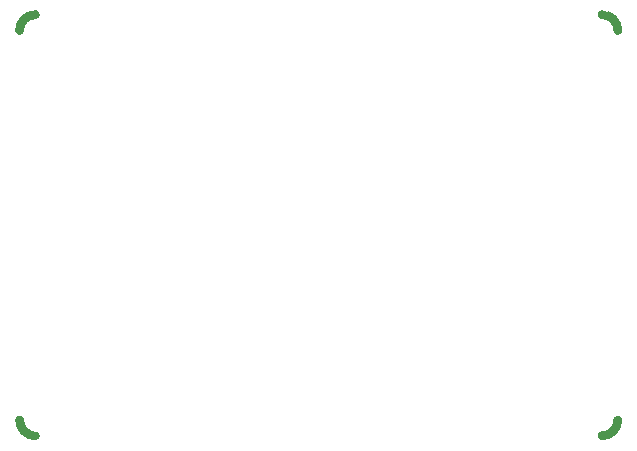
<source format=gko>
G04*
G04 #@! TF.GenerationSoftware,Altium Limited,Altium Designer,21.4.1 (30)*
G04*
G04 Layer_Color=16711935*
%FSLAX44Y44*%
%MOMM*%
G71*
G04*
G04 #@! TF.SameCoordinates,D9E7D647-E61C-487C-AA5F-480CAE51DE59*
G04*
G04*
G04 #@! TF.FilePolarity,Positive*
G04*
G01*
G75*
%ADD73C,0.7500*%
D73*
X10100Y353259D02*
G03*
X-3159Y340000I0J-13259D01*
G01*
X503359D02*
G03*
X490100Y353259I-13259J0D01*
G01*
Y-3259D02*
G03*
X503359Y10000I0J13259D01*
G01*
X-3159D02*
G03*
X10100Y-3259I13259J0D01*
G01*
M02*

</source>
